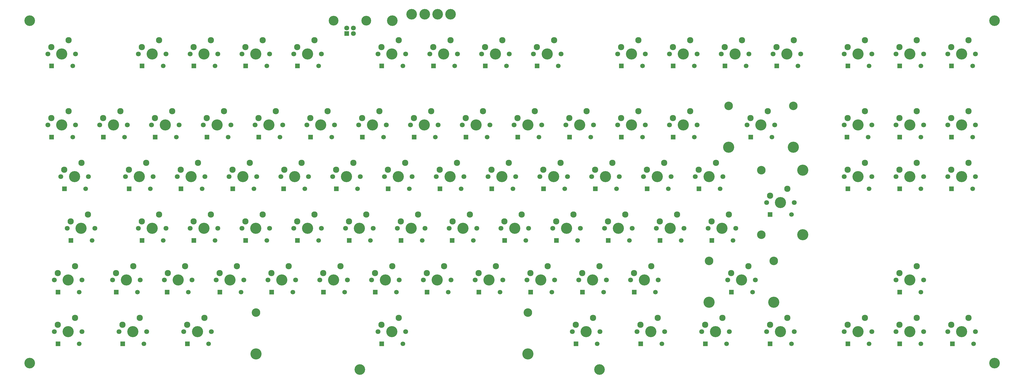
<source format=gts>
%TF.GenerationSoftware,KiCad,Pcbnew,(5.1.6)-1*%
%TF.CreationDate,2020-08-11T21:43:52+02:00*%
%TF.ProjectId,qosmosKbBIS,716f736d-6f73-44b6-9242-49532e6b6963,rev?*%
%TF.SameCoordinates,Original*%
%TF.FileFunction,Soldermask,Top*%
%TF.FilePolarity,Negative*%
%FSLAX46Y46*%
G04 Gerber Fmt 4.6, Leading zero omitted, Abs format (unit mm)*
G04 Created by KiCad (PCBNEW (5.1.6)-1) date 2020-08-11 21:43:52*
%MOMM*%
%LPD*%
G01*
G04 APERTURE LIST*
%ADD10R,1.800000X1.800000*%
%ADD11C,1.800000*%
%ADD12C,3.600000*%
%ADD13C,1.700000*%
%ADD14R,1.700000X1.700000*%
%ADD15C,2.300000*%
%ADD16C,4.100000*%
%ADD17C,3.150000*%
%ADD18C,3.900000*%
G04 APERTURE END LIST*
D10*
%TO.C,J1*%
X97505000Y-35666250D03*
D11*
X100005000Y-35666250D03*
X100005000Y-33666250D03*
X97505000Y-33666250D03*
D12*
X92735000Y-30956250D03*
X104775000Y-30956250D03*
%TD*%
D13*
%TO.C,D12*%
X206306250Y-47625000D03*
D14*
X198506250Y-47625000D03*
%TD*%
%TO.C,D2*%
X-11043750Y-73818750D03*
D13*
X-3243750Y-73818750D03*
%TD*%
%TO.C,D13*%
X225356250Y-47625000D03*
D14*
X217556250Y-47625000D03*
%TD*%
%TO.C,D14*%
X236606250Y-47625000D03*
D13*
X244406250Y-47625000D03*
%TD*%
D14*
%TO.C,D5*%
X60393750Y-47625000D03*
D13*
X68193750Y-47625000D03*
%TD*%
%TO.C,D15*%
X263456250Y-47625000D03*
D14*
X255656250Y-47625000D03*
%TD*%
D13*
%TO.C,D1*%
X-3243750Y-47625000D03*
D14*
X-11043750Y-47625000D03*
%TD*%
%TO.C,D4*%
X41343750Y-47625000D03*
D13*
X49143750Y-47625000D03*
%TD*%
%TO.C,D6*%
X87243750Y-47625000D03*
D14*
X79443750Y-47625000D03*
%TD*%
%TO.C,D8*%
X110400000Y-47625000D03*
D13*
X118200000Y-47625000D03*
%TD*%
%TO.C,D9*%
X137250000Y-47625000D03*
D14*
X129450000Y-47625000D03*
%TD*%
%TO.C,D7*%
X8006250Y-73818750D03*
D13*
X15806250Y-73818750D03*
%TD*%
D14*
%TO.C,D10*%
X148500000Y-47625000D03*
D13*
X156300000Y-47625000D03*
%TD*%
D14*
%TO.C,D3*%
X22293750Y-47625000D03*
D13*
X30093750Y-47625000D03*
%TD*%
D14*
%TO.C,D11*%
X167550000Y-47625000D03*
D13*
X175350000Y-47625000D03*
%TD*%
D15*
%TO.C,Ke4*%
X119062500Y-83343750D03*
X112712500Y-85883750D03*
D16*
X116522500Y-88423750D03*
D11*
X111442500Y-88423750D03*
X121602500Y-88423750D03*
%TD*%
%TO.C,Kg2*%
X50165000Y-107473750D03*
X40005000Y-107473750D03*
D16*
X45085000Y-107473750D03*
D15*
X41275000Y-104933750D03*
X47625000Y-102393750D03*
%TD*%
%TO.C,Kf5*%
X176212500Y-83343750D03*
X169862500Y-85883750D03*
D16*
X173672500Y-88423750D03*
D11*
X168592500Y-88423750D03*
X178752500Y-88423750D03*
%TD*%
D15*
%TO.C,Kg1*%
X2381250Y-102393750D03*
X-3968750Y-104933750D03*
D16*
X-158750Y-107473750D03*
D11*
X-5238750Y-107473750D03*
X4921250Y-107473750D03*
%TD*%
%TO.C,Kg5*%
X164465000Y-107473750D03*
X154305000Y-107473750D03*
D16*
X159385000Y-107473750D03*
D15*
X155575000Y-104933750D03*
X161925000Y-102393750D03*
%TD*%
D11*
%TO.C,Kh2*%
X69215000Y-107473750D03*
X59055000Y-107473750D03*
D16*
X64135000Y-107473750D03*
D15*
X60325000Y-104933750D03*
X66675000Y-102393750D03*
%TD*%
%TO.C,Kh4*%
X142875000Y-102393750D03*
X136525000Y-104933750D03*
D16*
X140335000Y-107473750D03*
D11*
X135255000Y-107473750D03*
X145415000Y-107473750D03*
%TD*%
%TO.C,Ki1*%
X158750Y-126523750D03*
X-10001250Y-126523750D03*
D16*
X-4921250Y-126523750D03*
D15*
X-8731250Y-123983750D03*
X-2381250Y-121443750D03*
%TD*%
%TO.C,Kh3*%
X104775000Y-102393750D03*
X98425000Y-104933750D03*
D16*
X102235000Y-107473750D03*
D11*
X97155000Y-107473750D03*
X107315000Y-107473750D03*
%TD*%
%TO.C,Ki3*%
X78740000Y-126523750D03*
X68580000Y-126523750D03*
D16*
X73660000Y-126523750D03*
D15*
X69850000Y-123983750D03*
X76200000Y-121443750D03*
%TD*%
%TO.C,Kg4*%
X123825000Y-102393750D03*
X117475000Y-104933750D03*
D16*
X121285000Y-107473750D03*
D11*
X116205000Y-107473750D03*
X126365000Y-107473750D03*
%TD*%
%TO.C,Kf6*%
X216852500Y-88423750D03*
X206692500Y-88423750D03*
D16*
X211772500Y-88423750D03*
D15*
X207962500Y-85883750D03*
X214312500Y-83343750D03*
%TD*%
%TO.C,Ki4*%
X114300000Y-121443750D03*
X107950000Y-123983750D03*
D16*
X111760000Y-126523750D03*
D11*
X106680000Y-126523750D03*
X116840000Y-126523750D03*
%TD*%
%TO.C,Kf1*%
X26352500Y-88423750D03*
X16192500Y-88423750D03*
D16*
X21272500Y-88423750D03*
D15*
X17462500Y-85883750D03*
X23812500Y-83343750D03*
%TD*%
%TO.C,Kf4*%
X138112500Y-83343750D03*
X131762500Y-85883750D03*
D16*
X135572500Y-88423750D03*
D11*
X130492500Y-88423750D03*
X140652500Y-88423750D03*
%TD*%
D15*
%TO.C,Kh1*%
X28575000Y-102393750D03*
X22225000Y-104933750D03*
D16*
X26035000Y-107473750D03*
D11*
X20955000Y-107473750D03*
X31115000Y-107473750D03*
%TD*%
D15*
%TO.C,Kg3*%
X85725000Y-102393750D03*
X79375000Y-104933750D03*
D16*
X83185000Y-107473750D03*
D11*
X78105000Y-107473750D03*
X88265000Y-107473750D03*
%TD*%
%TO.C,Ki5*%
X154940000Y-126523750D03*
X144780000Y-126523750D03*
D16*
X149860000Y-126523750D03*
D15*
X146050000Y-123983750D03*
X152400000Y-121443750D03*
%TD*%
%TO.C,Ki7*%
X245268750Y-121443750D03*
X238918750Y-123983750D03*
D16*
X242728750Y-126523750D03*
D11*
X237648750Y-126523750D03*
X247808750Y-126523750D03*
D16*
X254628750Y-134763750D03*
X230828750Y-134763750D03*
D17*
X230828750Y-119523750D03*
X254628750Y-119523750D03*
%TD*%
D15*
%TO.C,Kf3*%
X100012500Y-83343750D03*
X93662500Y-85883750D03*
D16*
X97472500Y-88423750D03*
D11*
X92392500Y-88423750D03*
X102552500Y-88423750D03*
%TD*%
%TO.C,Kh5*%
X183515000Y-107473750D03*
X173355000Y-107473750D03*
D16*
X178435000Y-107473750D03*
D15*
X174625000Y-104933750D03*
X180975000Y-102393750D03*
%TD*%
D11*
%TO.C,Kf8*%
X309721250Y-88423750D03*
X299561250Y-88423750D03*
D16*
X304641250Y-88423750D03*
D15*
X300831250Y-85883750D03*
X307181250Y-83343750D03*
%TD*%
D11*
%TO.C,Ke5*%
X159702500Y-88423750D03*
X149542500Y-88423750D03*
D16*
X154622500Y-88423750D03*
D15*
X150812500Y-85883750D03*
X157162500Y-83343750D03*
%TD*%
%TO.C,Ke8*%
X288131250Y-83343750D03*
X281781250Y-85883750D03*
D16*
X285591250Y-88423750D03*
D11*
X280511250Y-88423750D03*
X290671250Y-88423750D03*
%TD*%
%TO.C,Ke9*%
X328771250Y-88423750D03*
X318611250Y-88423750D03*
D16*
X323691250Y-88423750D03*
D15*
X319881250Y-85883750D03*
X326231250Y-83343750D03*
%TD*%
D11*
%TO.C,Ke2*%
X45402500Y-88423750D03*
X35242500Y-88423750D03*
D16*
X40322500Y-88423750D03*
D15*
X36512500Y-85883750D03*
X42862500Y-83343750D03*
%TD*%
%TO.C,Kg7*%
X238125000Y-102393750D03*
X231775000Y-104933750D03*
D16*
X235585000Y-107473750D03*
D11*
X230505000Y-107473750D03*
X240665000Y-107473750D03*
%TD*%
D15*
%TO.C,Kh7*%
X259556250Y-92868750D03*
X253206250Y-95408750D03*
D16*
X257016250Y-97948750D03*
D11*
X251936250Y-97948750D03*
X262096250Y-97948750D03*
D16*
X265256250Y-86048750D03*
X265256250Y-109848750D03*
D17*
X250016250Y-109848750D03*
X250016250Y-86048750D03*
%TD*%
D15*
%TO.C,Ke7*%
X233362500Y-83343750D03*
X227012500Y-85883750D03*
D16*
X230822500Y-88423750D03*
D11*
X225742500Y-88423750D03*
X235902500Y-88423750D03*
%TD*%
D15*
%TO.C,Ki2*%
X38100000Y-121443750D03*
X31750000Y-123983750D03*
D16*
X35560000Y-126523750D03*
D11*
X30480000Y-126523750D03*
X40640000Y-126523750D03*
%TD*%
%TO.C,Kh6*%
X221615000Y-107473750D03*
X211455000Y-107473750D03*
D16*
X216535000Y-107473750D03*
D15*
X212725000Y-104933750D03*
X219075000Y-102393750D03*
%TD*%
D11*
%TO.C,Ki6*%
X193040000Y-126523750D03*
X182880000Y-126523750D03*
D16*
X187960000Y-126523750D03*
D15*
X184150000Y-123983750D03*
X190500000Y-121443750D03*
%TD*%
%TO.C,Kg6*%
X200025000Y-102393750D03*
X193675000Y-104933750D03*
D16*
X197485000Y-107473750D03*
D11*
X192405000Y-107473750D03*
X202565000Y-107473750D03*
%TD*%
%TO.C,Ke6*%
X197802500Y-88423750D03*
X187642500Y-88423750D03*
D16*
X192722500Y-88423750D03*
D15*
X188912500Y-85883750D03*
X195262500Y-83343750D03*
%TD*%
%TO.C,Kf2*%
X61912500Y-83343750D03*
X55562500Y-85883750D03*
D16*
X59372500Y-88423750D03*
D11*
X54292500Y-88423750D03*
X64452500Y-88423750D03*
%TD*%
D15*
%TO.C,Ke3*%
X80962500Y-83343750D03*
X74612500Y-85883750D03*
D16*
X78422500Y-88423750D03*
D11*
X73342500Y-88423750D03*
X83502500Y-88423750D03*
%TD*%
%TO.C,Kl6*%
X214471250Y-145573750D03*
X204311250Y-145573750D03*
D16*
X209391250Y-145573750D03*
D15*
X205581250Y-143033750D03*
X211931250Y-140493750D03*
%TD*%
D11*
%TO.C,Kk8*%
X290671250Y-145573750D03*
X280511250Y-145573750D03*
D16*
X285591250Y-145573750D03*
D15*
X281781250Y-143033750D03*
X288131250Y-140493750D03*
%TD*%
D11*
%TO.C,Kk1*%
X158750Y-145573750D03*
X-10001250Y-145573750D03*
D16*
X-4921250Y-145573750D03*
D15*
X-8731250Y-143033750D03*
X-2381250Y-140493750D03*
%TD*%
D11*
%TO.C,Kj5*%
X173990000Y-126523750D03*
X163830000Y-126523750D03*
D16*
X168910000Y-126523750D03*
D15*
X165100000Y-123983750D03*
X171450000Y-121443750D03*
%TD*%
%TO.C,Kl7*%
X259556250Y-140493750D03*
X253206250Y-143033750D03*
D16*
X257016250Y-145573750D03*
D11*
X251936250Y-145573750D03*
X262096250Y-145573750D03*
%TD*%
D15*
%TO.C,Kj3*%
X95250000Y-121443750D03*
X88900000Y-123983750D03*
D16*
X92710000Y-126523750D03*
D11*
X87630000Y-126523750D03*
X97790000Y-126523750D03*
%TD*%
%TO.C,Kj2*%
X59690000Y-126523750D03*
X49530000Y-126523750D03*
D16*
X54610000Y-126523750D03*
D15*
X50800000Y-123983750D03*
X57150000Y-121443750D03*
%TD*%
D11*
%TO.C,Kj6*%
X212090000Y-126523750D03*
X201930000Y-126523750D03*
D16*
X207010000Y-126523750D03*
D15*
X203200000Y-123983750D03*
X209550000Y-121443750D03*
%TD*%
%TO.C,Kl8*%
X307181250Y-140493750D03*
X300831250Y-143033750D03*
D16*
X304641250Y-145573750D03*
D11*
X299561250Y-145573750D03*
X309721250Y-145573750D03*
%TD*%
D15*
%TO.C,Kj4*%
X133350000Y-121443750D03*
X127000000Y-123983750D03*
D16*
X130810000Y-126523750D03*
D11*
X125730000Y-126523750D03*
X135890000Y-126523750D03*
%TD*%
D15*
%TO.C,Kk7*%
X235743750Y-140493750D03*
X229393750Y-143033750D03*
D16*
X233203750Y-145573750D03*
D11*
X228123750Y-145573750D03*
X238283750Y-145573750D03*
%TD*%
D15*
%TO.C,Kk6*%
X188118750Y-140493750D03*
X181768750Y-143033750D03*
D16*
X185578750Y-145573750D03*
D11*
X180498750Y-145573750D03*
X190658750Y-145573750D03*
%TD*%
%TO.C,Kj8*%
X309721250Y-126523750D03*
X299561250Y-126523750D03*
D16*
X304641250Y-126523750D03*
D15*
X300831250Y-123983750D03*
X307181250Y-121443750D03*
%TD*%
D11*
%TO.C,Kk2*%
X47783750Y-145573750D03*
X37623750Y-145573750D03*
D16*
X42703750Y-145573750D03*
D15*
X38893750Y-143033750D03*
X45243750Y-140493750D03*
%TD*%
%TO.C,Kk9*%
X326231250Y-140493750D03*
X319881250Y-143033750D03*
D16*
X323691250Y-145573750D03*
D11*
X318611250Y-145573750D03*
X328771250Y-145573750D03*
%TD*%
D15*
%TO.C,Kl1*%
X21431250Y-140493750D03*
X15081250Y-143033750D03*
D16*
X18891250Y-145573750D03*
D11*
X13811250Y-145573750D03*
X23971250Y-145573750D03*
%TD*%
D15*
%TO.C,Kj1*%
X19050000Y-121443750D03*
X12700000Y-123983750D03*
D16*
X16510000Y-126523750D03*
D11*
X11430000Y-126523750D03*
X21590000Y-126523750D03*
%TD*%
D15*
%TO.C,Kk4*%
X116681250Y-140493750D03*
X110331250Y-143033750D03*
D16*
X114141250Y-145573750D03*
D11*
X109061250Y-145573750D03*
X119221250Y-145573750D03*
D16*
X164141250Y-153813750D03*
X64141250Y-153813750D03*
D17*
X64141250Y-138573750D03*
X164141250Y-138573750D03*
%TD*%
D13*
%TO.C,D30*%
X253931250Y-73818750D03*
D14*
X246131250Y-73818750D03*
%TD*%
D13*
%TO.C,D31*%
X289331250Y-73818750D03*
D14*
X281531250Y-73818750D03*
%TD*%
%TO.C,D32*%
X300900000Y-73818750D03*
D13*
X308700000Y-73818750D03*
%TD*%
%TO.C,D33*%
X327750000Y-73818750D03*
D14*
X319950000Y-73818750D03*
%TD*%
%TO.C,D18*%
X319950000Y-47625000D03*
D13*
X327750000Y-47625000D03*
%TD*%
D14*
%TO.C,D20*%
X46106250Y-73818750D03*
D13*
X53906250Y-73818750D03*
%TD*%
D14*
%TO.C,D16*%
X281850000Y-47625000D03*
D13*
X289650000Y-47625000D03*
%TD*%
D14*
%TO.C,D22*%
X84206250Y-73818750D03*
D13*
X92006250Y-73818750D03*
%TD*%
D14*
%TO.C,D25*%
X141356250Y-73818750D03*
D13*
X149156250Y-73818750D03*
%TD*%
%TO.C,D26*%
X168206250Y-73818750D03*
D14*
X160406250Y-73818750D03*
%TD*%
D13*
%TO.C,D23*%
X111056250Y-73818750D03*
D14*
X103256250Y-73818750D03*
%TD*%
D13*
%TO.C,D27*%
X187256250Y-73818750D03*
D14*
X179456250Y-73818750D03*
%TD*%
%TO.C,D19*%
X27056250Y-73818750D03*
D13*
X34856250Y-73818750D03*
%TD*%
D14*
%TO.C,D21*%
X65156250Y-73818750D03*
D13*
X72956250Y-73818750D03*
%TD*%
D14*
%TO.C,D29*%
X217556250Y-73818750D03*
D13*
X225356250Y-73818750D03*
%TD*%
%TO.C,D24*%
X130106250Y-73818750D03*
D14*
X122306250Y-73818750D03*
%TD*%
%TO.C,D28*%
X198506250Y-73818750D03*
D13*
X206306250Y-73818750D03*
%TD*%
D14*
%TO.C,D17*%
X300900000Y-47625000D03*
D13*
X308700000Y-47625000D03*
%TD*%
%TO.C,D48*%
X308700000Y-92868750D03*
D14*
X300900000Y-92868750D03*
%TD*%
%TO.C,D42*%
X150881250Y-92868750D03*
D13*
X158681250Y-92868750D03*
%TD*%
D14*
%TO.C,D43*%
X169931250Y-92868750D03*
D13*
X177731250Y-92868750D03*
%TD*%
%TO.C,D45*%
X215831250Y-92868750D03*
D14*
X208031250Y-92868750D03*
%TD*%
D13*
%TO.C,D49*%
X327750000Y-92868750D03*
D14*
X319950000Y-92868750D03*
%TD*%
D13*
%TO.C,D41*%
X139631250Y-92868750D03*
D14*
X131831250Y-92868750D03*
%TD*%
D13*
%TO.C,D50*%
X261075000Y-102393750D03*
D14*
X253275000Y-102393750D03*
%TD*%
%TO.C,D51*%
X-3900000Y-111918750D03*
D13*
X3900000Y-111918750D03*
%TD*%
%TO.C,D40*%
X120581250Y-92868750D03*
D14*
X112781250Y-92868750D03*
%TD*%
D13*
%TO.C,D44*%
X196781250Y-92868750D03*
D14*
X188981250Y-92868750D03*
%TD*%
%TO.C,D37*%
X55631250Y-92868750D03*
D13*
X63431250Y-92868750D03*
%TD*%
D14*
%TO.C,D39*%
X93731250Y-92868750D03*
D13*
X101531250Y-92868750D03*
%TD*%
%TO.C,D46*%
X234881250Y-92868750D03*
D14*
X227081250Y-92868750D03*
%TD*%
%TO.C,D34*%
X-6281250Y-92868750D03*
D13*
X1518750Y-92868750D03*
%TD*%
D14*
%TO.C,D35*%
X17531250Y-92868750D03*
D13*
X25331250Y-92868750D03*
%TD*%
D14*
%TO.C,D36*%
X36581250Y-92868750D03*
D13*
X44381250Y-92868750D03*
%TD*%
D14*
%TO.C,D38*%
X74362500Y-92868750D03*
D13*
X82162500Y-92868750D03*
%TD*%
%TO.C,D47*%
X289650000Y-92868750D03*
D14*
X281850000Y-92868750D03*
%TD*%
D13*
%TO.C,D58*%
X144075000Y-111918750D03*
D14*
X136275000Y-111918750D03*
%TD*%
D13*
%TO.C,D57*%
X125343750Y-111918750D03*
D14*
X117543750Y-111918750D03*
%TD*%
%TO.C,D59*%
X155643750Y-111918750D03*
D13*
X163443750Y-111918750D03*
%TD*%
%TO.C,D62*%
X220593750Y-111918750D03*
D14*
X212793750Y-111918750D03*
%TD*%
%TO.C,D65*%
X12768750Y-130968750D03*
D13*
X20568750Y-130968750D03*
%TD*%
%TO.C,D63*%
X239643750Y-111918750D03*
D14*
X231843750Y-111918750D03*
%TD*%
%TO.C,D53*%
X41343750Y-111918750D03*
D13*
X49143750Y-111918750D03*
%TD*%
D14*
%TO.C,D60*%
X174693750Y-111918750D03*
D13*
X182493750Y-111918750D03*
%TD*%
%TO.C,D66*%
X39300000Y-130968750D03*
D14*
X31500000Y-130968750D03*
%TD*%
D13*
%TO.C,D52*%
X30093750Y-111918750D03*
D14*
X22293750Y-111918750D03*
%TD*%
D13*
%TO.C,D67*%
X58668750Y-130968750D03*
D14*
X50868750Y-130968750D03*
%TD*%
D13*
%TO.C,D68*%
X77718750Y-130968750D03*
D14*
X69918750Y-130968750D03*
%TD*%
D13*
%TO.C,D56*%
X106293750Y-111918750D03*
D14*
X98493750Y-111918750D03*
%TD*%
D13*
%TO.C,D61*%
X201543750Y-111918750D03*
D14*
X193743750Y-111918750D03*
%TD*%
D13*
%TO.C,D64*%
X-862500Y-130968750D03*
D14*
X-8662500Y-130968750D03*
%TD*%
D13*
%TO.C,D54*%
X68193750Y-111918750D03*
D14*
X60393750Y-111918750D03*
%TD*%
%TO.C,D55*%
X79443750Y-111918750D03*
D13*
X87243750Y-111918750D03*
%TD*%
%TO.C,D69*%
X96768750Y-130968750D03*
D14*
X88968750Y-130968750D03*
%TD*%
D13*
%TO.C,D82*%
X189637500Y-150018750D03*
D14*
X181837500Y-150018750D03*
%TD*%
D13*
%TO.C,D77*%
X308700000Y-130968750D03*
D14*
X300900000Y-130968750D03*
%TD*%
%TO.C,D70*%
X108018750Y-130968750D03*
D13*
X115818750Y-130968750D03*
%TD*%
D14*
%TO.C,D83*%
X205650000Y-150018750D03*
D13*
X213450000Y-150018750D03*
%TD*%
%TO.C,D84*%
X237262500Y-150018750D03*
D14*
X229462500Y-150018750D03*
%TD*%
D13*
%TO.C,D76*%
X246787500Y-130968750D03*
D14*
X238987500Y-130968750D03*
%TD*%
%TO.C,D79*%
X15150000Y-150018750D03*
D13*
X22950000Y-150018750D03*
%TD*%
D14*
%TO.C,D81*%
X110400000Y-150018750D03*
D13*
X118200000Y-150018750D03*
%TD*%
D14*
%TO.C,D72*%
X146118750Y-130968750D03*
D13*
X153918750Y-130968750D03*
%TD*%
D14*
%TO.C,D80*%
X38962500Y-150018750D03*
D13*
X46762500Y-150018750D03*
%TD*%
%TO.C,D85*%
X261075000Y-150018750D03*
D14*
X253275000Y-150018750D03*
%TD*%
D13*
%TO.C,D86*%
X289650000Y-150018750D03*
D14*
X281850000Y-150018750D03*
%TD*%
%TO.C,D87*%
X300900000Y-150018750D03*
D13*
X308700000Y-150018750D03*
%TD*%
%TO.C,D71*%
X134868750Y-130968750D03*
D14*
X127068750Y-130968750D03*
%TD*%
%TO.C,D73*%
X165168750Y-130968750D03*
D13*
X172968750Y-130968750D03*
%TD*%
%TO.C,D75*%
X211068750Y-130968750D03*
D14*
X203268750Y-130968750D03*
%TD*%
D13*
%TO.C,D78*%
X-862500Y-150018750D03*
D14*
X-8662500Y-150018750D03*
%TD*%
%TO.C,D74*%
X184218750Y-130968750D03*
D13*
X192018750Y-130968750D03*
%TD*%
D11*
%TO.C,Ka4*%
X119221250Y-43180000D03*
X109061250Y-43180000D03*
D16*
X114141250Y-43180000D03*
D15*
X110331250Y-40640000D03*
X116681250Y-38100000D03*
%TD*%
D11*
%TO.C,Ka5*%
X157321250Y-43180000D03*
X147161250Y-43180000D03*
D16*
X152241250Y-43180000D03*
D15*
X148431250Y-40640000D03*
X154781250Y-38100000D03*
%TD*%
D11*
%TO.C,Ka7*%
X245427500Y-43180000D03*
X235267500Y-43180000D03*
D16*
X240347500Y-43180000D03*
D15*
X236537500Y-40640000D03*
X242887500Y-38100000D03*
%TD*%
%TO.C,Ka8*%
X288131250Y-38100000D03*
X281781250Y-40640000D03*
D16*
X285591250Y-43180000D03*
D11*
X280511250Y-43180000D03*
X290671250Y-43180000D03*
%TD*%
D15*
%TO.C,Ka9*%
X326231250Y-38100000D03*
X319881250Y-40640000D03*
D16*
X323691250Y-43180000D03*
D11*
X318611250Y-43180000D03*
X328771250Y-43180000D03*
%TD*%
D15*
%TO.C,Kb2*%
X47625000Y-38100000D03*
X41275000Y-40640000D03*
D16*
X45085000Y-43180000D03*
D11*
X40005000Y-43180000D03*
X50165000Y-43180000D03*
%TD*%
D15*
%TO.C,Kb3*%
X85725000Y-38100000D03*
X79375000Y-40640000D03*
D16*
X83185000Y-43180000D03*
D11*
X78105000Y-43180000D03*
X88265000Y-43180000D03*
%TD*%
%TO.C,Ka6*%
X207327500Y-43180000D03*
X197167500Y-43180000D03*
D16*
X202247500Y-43180000D03*
D15*
X198437500Y-40640000D03*
X204787500Y-38100000D03*
%TD*%
D11*
%TO.C,Kb4*%
X138271250Y-43180000D03*
X128111250Y-43180000D03*
D16*
X133191250Y-43180000D03*
D15*
X129381250Y-40640000D03*
X135731250Y-38100000D03*
%TD*%
D11*
%TO.C,Kb5*%
X176371250Y-43180000D03*
X166211250Y-43180000D03*
D16*
X171291250Y-43180000D03*
D15*
X167481250Y-40640000D03*
X173831250Y-38100000D03*
%TD*%
%TO.C,Ka1*%
X-4762500Y-38100000D03*
X-11112500Y-40640000D03*
D16*
X-7302500Y-43180000D03*
D11*
X-12382500Y-43180000D03*
X-2222500Y-43180000D03*
%TD*%
D15*
%TO.C,Kb6*%
X223837500Y-38100000D03*
X217487500Y-40640000D03*
D16*
X221297500Y-43180000D03*
D11*
X216217500Y-43180000D03*
X226377500Y-43180000D03*
%TD*%
%TO.C,Ka2*%
X31115000Y-43180000D03*
X20955000Y-43180000D03*
D16*
X26035000Y-43180000D03*
D15*
X22225000Y-40640000D03*
X28575000Y-38100000D03*
%TD*%
%TO.C,Kb8*%
X307181250Y-38100000D03*
X300831250Y-40640000D03*
D16*
X304641250Y-43180000D03*
D11*
X299561250Y-43180000D03*
X309721250Y-43180000D03*
%TD*%
D15*
%TO.C,Kb7*%
X261937500Y-38100000D03*
X255587500Y-40640000D03*
D16*
X259397500Y-43180000D03*
D11*
X254317500Y-43180000D03*
X264477500Y-43180000D03*
%TD*%
D15*
%TO.C,Ka3*%
X66675000Y-38100000D03*
X60325000Y-40640000D03*
D16*
X64135000Y-43180000D03*
D11*
X59055000Y-43180000D03*
X69215000Y-43180000D03*
%TD*%
D14*
%TO.C,D88*%
X320268750Y-150018750D03*
D13*
X328068750Y-150018750D03*
%TD*%
D15*
%TO.C,Kc1*%
X-4762500Y-64293750D03*
X-11112500Y-66833750D03*
D16*
X-7302500Y-69373750D03*
D11*
X-12382500Y-69373750D03*
X-2222500Y-69373750D03*
%TD*%
D15*
%TO.C,Kd7*%
X252412500Y-64293750D03*
X246062500Y-66833750D03*
D16*
X249872500Y-69373750D03*
D11*
X244792500Y-69373750D03*
X254952500Y-69373750D03*
D16*
X261772500Y-77613750D03*
X237972500Y-77613750D03*
D17*
X237972500Y-62373750D03*
X261772500Y-62373750D03*
%TD*%
D11*
%TO.C,Kc2*%
X35877500Y-69373750D03*
X25717500Y-69373750D03*
D16*
X30797500Y-69373750D03*
D15*
X26987500Y-66833750D03*
X33337500Y-64293750D03*
%TD*%
%TO.C,Kd4*%
X128587500Y-64293750D03*
X122237500Y-66833750D03*
D16*
X126047500Y-69373750D03*
D11*
X120967500Y-69373750D03*
X131127500Y-69373750D03*
%TD*%
%TO.C,Kd6*%
X207327500Y-69373750D03*
X197167500Y-69373750D03*
D16*
X202247500Y-69373750D03*
D15*
X198437500Y-66833750D03*
X204787500Y-64293750D03*
%TD*%
D11*
%TO.C,Kc6*%
X188277500Y-69373750D03*
X178117500Y-69373750D03*
D16*
X183197500Y-69373750D03*
D15*
X179387500Y-66833750D03*
X185737500Y-64293750D03*
%TD*%
D11*
%TO.C,Kc9*%
X328771250Y-69373750D03*
X318611250Y-69373750D03*
D16*
X323691250Y-69373750D03*
D15*
X319881250Y-66833750D03*
X326231250Y-64293750D03*
%TD*%
%TO.C,Kd3*%
X90487500Y-64293750D03*
X84137500Y-66833750D03*
D16*
X87947500Y-69373750D03*
D11*
X82867500Y-69373750D03*
X93027500Y-69373750D03*
%TD*%
%TO.C,Kd5*%
X169227500Y-69373750D03*
X159067500Y-69373750D03*
D16*
X164147500Y-69373750D03*
D15*
X160337500Y-66833750D03*
X166687500Y-64293750D03*
%TD*%
%TO.C,Kd2*%
X52387500Y-64293750D03*
X46037500Y-66833750D03*
D16*
X49847500Y-69373750D03*
D11*
X44767500Y-69373750D03*
X54927500Y-69373750D03*
%TD*%
%TO.C,Kd8*%
X309721250Y-69373750D03*
X299561250Y-69373750D03*
D16*
X304641250Y-69373750D03*
D15*
X300831250Y-66833750D03*
X307181250Y-64293750D03*
%TD*%
%TO.C,Ke1*%
X0Y-83343750D03*
X-6350000Y-85883750D03*
D16*
X-2540000Y-88423750D03*
D11*
X-7620000Y-88423750D03*
X2540000Y-88423750D03*
%TD*%
D15*
%TO.C,Kc3*%
X71437500Y-64293750D03*
X65087500Y-66833750D03*
D16*
X68897500Y-69373750D03*
D11*
X63817500Y-69373750D03*
X73977500Y-69373750D03*
%TD*%
%TO.C,Kc7*%
X226377500Y-69373750D03*
X216217500Y-69373750D03*
D16*
X221297500Y-69373750D03*
D15*
X217487500Y-66833750D03*
X223837500Y-64293750D03*
%TD*%
%TO.C,Kc4*%
X109537500Y-64293750D03*
X103187500Y-66833750D03*
D16*
X106997500Y-69373750D03*
D11*
X101917500Y-69373750D03*
X112077500Y-69373750D03*
%TD*%
%TO.C,Kc5*%
X150177500Y-69373750D03*
X140017500Y-69373750D03*
D16*
X145097500Y-69373750D03*
D15*
X141287500Y-66833750D03*
X147637500Y-64293750D03*
%TD*%
D11*
%TO.C,Kc8*%
X290671250Y-69373750D03*
X280511250Y-69373750D03*
D16*
X285591250Y-69373750D03*
D15*
X281781250Y-66833750D03*
X288131250Y-64293750D03*
%TD*%
D11*
%TO.C,Kd1*%
X16827500Y-69373750D03*
X6667500Y-69373750D03*
D16*
X11747500Y-69373750D03*
D15*
X7937500Y-66833750D03*
X14287500Y-64293750D03*
%TD*%
D18*
%TO.C,REF\u002A\u002A*%
X102393750Y-159543750D03*
%TD*%
%TO.C,REF\u002A\u002A*%
X114300000Y-30956250D03*
%TD*%
%TO.C,REF\u002A\u002A*%
X-19050000Y-30956250D03*
%TD*%
%TO.C,REF\u002A\u002A*%
X-19050000Y-157162500D03*
%TD*%
%TO.C,REF\u002A\u002A*%
X335756250Y-157162500D03*
%TD*%
%TO.C,REF\u002A\u002A*%
X335756250Y-30956250D03*
%TD*%
%TO.C,REF\u002A\u002A*%
X190500000Y-159543750D03*
%TD*%
%TO.C,H1*%
X121443750Y-28575000D03*
%TD*%
%TO.C,H2*%
X126206250Y-28575000D03*
%TD*%
%TO.C,H3*%
X130968750Y-28575000D03*
%TD*%
%TO.C,H4*%
X135731250Y-28575000D03*
%TD*%
M02*

</source>
